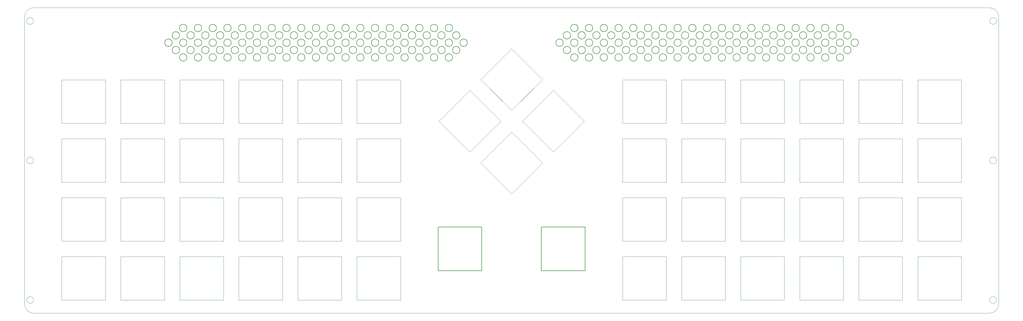
<source format=gm1>
G04 #@! TF.GenerationSoftware,KiCad,Pcbnew,(6.0.2)*
G04 #@! TF.CreationDate,2022-02-25T11:46:36+09:00*
G04 #@! TF.ProjectId,RoSoR,526f536f-522e-46b6-9963-61645f706362,rev?*
G04 #@! TF.SameCoordinates,Original*
G04 #@! TF.FileFunction,Profile,NP*
%FSLAX46Y46*%
G04 Gerber Fmt 4.6, Leading zero omitted, Abs format (unit mm)*
G04 Created by KiCad (PCBNEW (6.0.2)) date 2022-02-25 11:46:36*
%MOMM*%
%LPD*%
G01*
G04 APERTURE LIST*
G04 #@! TA.AperFunction,Profile*
%ADD10C,0.100000*%
G04 #@! TD*
G04 #@! TA.AperFunction,Profile*
%ADD11C,0.200000*%
G04 #@! TD*
G04 #@! TA.AperFunction,Profile*
%ADD12C,0.010000*%
G04 #@! TD*
G04 #@! TA.AperFunction,Profile*
%ADD13C,0.120000*%
G04 #@! TD*
G04 #@! TA.AperFunction,Profile*
%ADD14C,0.150000*%
G04 #@! TD*
G04 APERTURE END LIST*
D10*
X328625000Y-20250000D02*
G75*
G03*
X325625000Y-17250000I-3000001J-1D01*
G01*
X17275000Y-17250000D02*
G75*
G03*
X14275000Y-20250000I1J-3000001D01*
G01*
X14275000Y-113050000D02*
G75*
G03*
X17275000Y-116050000I3000001J1D01*
G01*
D11*
X119062500Y-33337500D02*
G75*
G03*
X119062500Y-33337500I-1190625J0D01*
G01*
X142875000Y-33337500D02*
G75*
G03*
X142875000Y-33337500I-1190625J0D01*
G01*
X264318750Y-33337500D02*
G75*
G03*
X264318750Y-33337500I-1190625J0D01*
G01*
X276225000Y-26193750D02*
G75*
G03*
X276225000Y-26193750I-1190625J0D01*
G01*
X216693750Y-23812500D02*
G75*
G03*
X216693750Y-23812500I-1190625J0D01*
G01*
X145256250Y-30956250D02*
G75*
G03*
X145256250Y-30956250I-1190625J0D01*
G01*
X109537500Y-23812500D02*
G75*
G03*
X109537500Y-23812500I-1190625J0D01*
G01*
X211931250Y-23812500D02*
G75*
G03*
X211931250Y-23812500I-1190625J0D01*
G01*
X123825000Y-33337500D02*
G75*
G03*
X123825000Y-33337500I-1190625J0D01*
G01*
X154781250Y-26193750D02*
G75*
G03*
X154781250Y-26193750I-1190625J0D01*
G01*
X228600000Y-30956250D02*
G75*
G03*
X228600000Y-30956250I-1190625J0D01*
G01*
X280987500Y-26193750D02*
G75*
G03*
X280987500Y-26193750I-1190625J0D01*
G01*
X119062500Y-23812500D02*
G75*
G03*
X119062500Y-23812500I-1190625J0D01*
G01*
X230981250Y-33337500D02*
G75*
G03*
X230981250Y-33337500I-1190625J0D01*
G01*
X83343750Y-30956250D02*
G75*
G03*
X83343750Y-30956250I-1190625J0D01*
G01*
X250031250Y-33337500D02*
G75*
G03*
X250031250Y-33337500I-1190625J0D01*
G01*
X259556250Y-28575000D02*
G75*
G03*
X259556250Y-28575000I-1190625J0D01*
G01*
X197643750Y-33337500D02*
G75*
G03*
X197643750Y-33337500I-1190625J0D01*
G01*
X233362500Y-26193750D02*
G75*
G03*
X233362500Y-26193750I-1190625J0D01*
G01*
X121443750Y-26193750D02*
G75*
G03*
X121443750Y-26193750I-1190625J0D01*
G01*
D10*
X325625000Y-17250000D02*
X17275000Y-17250000D01*
D11*
X128587500Y-33337500D02*
G75*
G03*
X128587500Y-33337500I-1190625J0D01*
G01*
X195262500Y-26193750D02*
G75*
G03*
X195262500Y-26193750I-1190625J0D01*
G01*
X80962500Y-33337500D02*
G75*
G03*
X80962500Y-33337500I-1190625J0D01*
G01*
X142875000Y-28575000D02*
G75*
G03*
X142875000Y-28575000I-1190625J0D01*
G01*
X219075000Y-30956250D02*
G75*
G03*
X219075000Y-30956250I-1190625J0D01*
G01*
X238125000Y-30956250D02*
G75*
G03*
X238125000Y-30956250I-1190625J0D01*
G01*
X200025000Y-26193750D02*
G75*
G03*
X200025000Y-26193750I-1190625J0D01*
G01*
X235743750Y-28575000D02*
G75*
G03*
X235743750Y-28575000I-1190625J0D01*
G01*
X269081250Y-28575000D02*
G75*
G03*
X269081250Y-28575000I-1190625J0D01*
G01*
X76200000Y-33337500D02*
G75*
G03*
X76200000Y-33337500I-1190625J0D01*
G01*
X90487500Y-33337500D02*
G75*
G03*
X90487500Y-33337500I-1190625J0D01*
G01*
X61912500Y-28575000D02*
G75*
G03*
X61912500Y-28575000I-1190625J0D01*
G01*
X133350000Y-23812500D02*
G75*
G03*
X133350000Y-23812500I-1190625J0D01*
G01*
X102393750Y-26193750D02*
G75*
G03*
X102393750Y-26193750I-1190625J0D01*
G01*
X197643750Y-28575000D02*
G75*
G03*
X197643750Y-28575000I-1190625J0D01*
G01*
X271462500Y-26193750D02*
G75*
G03*
X271462500Y-26193750I-1190625J0D01*
G01*
X264318750Y-23812500D02*
G75*
G03*
X264318750Y-23812500I-1190625J0D01*
G01*
X114300000Y-33337500D02*
G75*
G03*
X114300000Y-33337500I-1190625J0D01*
G01*
X200025000Y-30956250D02*
G75*
G03*
X200025000Y-30956250I-1190625J0D01*
G01*
X242887500Y-30956250D02*
G75*
G03*
X242887500Y-30956250I-1190625J0D01*
G01*
X104775000Y-23812500D02*
G75*
G03*
X104775000Y-23812500I-1190625J0D01*
G01*
X130968750Y-26193750D02*
G75*
G03*
X130968750Y-26193750I-1190625J0D01*
G01*
X114300000Y-28575000D02*
G75*
G03*
X114300000Y-28575000I-1190625J0D01*
G01*
X80962500Y-23812500D02*
G75*
G03*
X80962500Y-23812500I-1190625J0D01*
G01*
X109537500Y-28575000D02*
G75*
G03*
X109537500Y-28575000I-1190625J0D01*
G01*
X107156250Y-26193750D02*
G75*
G03*
X107156250Y-26193750I-1190625J0D01*
G01*
X121443750Y-30956250D02*
G75*
G03*
X121443750Y-30956250I-1190625J0D01*
G01*
X202406250Y-33337500D02*
G75*
G03*
X202406250Y-33337500I-1190625J0D01*
G01*
X190500000Y-30956250D02*
G75*
G03*
X190500000Y-30956250I-1190625J0D01*
G01*
X250031250Y-28575000D02*
G75*
G03*
X250031250Y-28575000I-1190625J0D01*
G01*
X66675000Y-33337500D02*
G75*
G03*
X66675000Y-33337500I-1190625J0D01*
G01*
X138112500Y-33337500D02*
G75*
G03*
X138112500Y-33337500I-1190625J0D01*
G01*
X280987500Y-30956250D02*
G75*
G03*
X280987500Y-30956250I-1190625J0D01*
G01*
X214312500Y-26193750D02*
G75*
G03*
X214312500Y-26193750I-1190625J0D01*
G01*
X245268750Y-33337500D02*
G75*
G03*
X245268750Y-33337500I-1190625J0D01*
G01*
X71437500Y-23812500D02*
G75*
G03*
X71437500Y-23812500I-1190625J0D01*
G01*
X207168750Y-23812500D02*
G75*
G03*
X207168750Y-23812500I-1190625J0D01*
G01*
X276225000Y-30956250D02*
G75*
G03*
X276225000Y-30956250I-1190625J0D01*
G01*
X266700000Y-26193750D02*
G75*
G03*
X266700000Y-26193750I-1190625J0D01*
G01*
X266700000Y-30956250D02*
G75*
G03*
X266700000Y-30956250I-1190625J0D01*
G01*
X126206250Y-30956250D02*
G75*
G03*
X126206250Y-30956250I-1190625J0D01*
G01*
X240506250Y-28575000D02*
G75*
G03*
X240506250Y-28575000I-1190625J0D01*
G01*
X138112500Y-23812500D02*
G75*
G03*
X138112500Y-23812500I-1190625J0D01*
G01*
X216693750Y-33337500D02*
G75*
G03*
X216693750Y-33337500I-1190625J0D01*
G01*
X109537500Y-33337500D02*
G75*
G03*
X109537500Y-33337500I-1190625J0D01*
G01*
X92868750Y-26193750D02*
G75*
G03*
X92868750Y-26193750I-1190625J0D01*
G01*
X154781250Y-30956250D02*
G75*
G03*
X154781250Y-30956250I-1190625J0D01*
G01*
D10*
X328625000Y-113050000D02*
X328625000Y-20250000D01*
D11*
X111918750Y-26193750D02*
G75*
G03*
X111918750Y-26193750I-1190625J0D01*
G01*
X116681250Y-30956250D02*
G75*
G03*
X116681250Y-30956250I-1190625J0D01*
G01*
X140493750Y-26193750D02*
G75*
G03*
X140493750Y-26193750I-1190625J0D01*
G01*
X76200000Y-28575000D02*
G75*
G03*
X76200000Y-28575000I-1190625J0D01*
G01*
X261937500Y-26193750D02*
G75*
G03*
X261937500Y-26193750I-1190625J0D01*
G01*
X97631250Y-26193750D02*
G75*
G03*
X97631250Y-26193750I-1190625J0D01*
G01*
X88106250Y-30956250D02*
G75*
G03*
X88106250Y-30956250I-1190625J0D01*
G01*
X92868750Y-30956250D02*
G75*
G03*
X92868750Y-30956250I-1190625J0D01*
G01*
X278606250Y-28575000D02*
G75*
G03*
X278606250Y-28575000I-1190625J0D01*
G01*
X130968750Y-30956250D02*
G75*
G03*
X130968750Y-30956250I-1190625J0D01*
G01*
X235743750Y-33337500D02*
G75*
G03*
X235743750Y-33337500I-1190625J0D01*
G01*
X254793750Y-23812500D02*
G75*
G03*
X254793750Y-23812500I-1190625J0D01*
G01*
X245268750Y-23812500D02*
G75*
G03*
X245268750Y-23812500I-1190625J0D01*
G01*
X250031250Y-23812500D02*
G75*
G03*
X250031250Y-23812500I-1190625J0D01*
G01*
X88106250Y-26193750D02*
G75*
G03*
X88106250Y-26193750I-1190625J0D01*
G01*
X226218750Y-23812500D02*
G75*
G03*
X226218750Y-23812500I-1190625J0D01*
G01*
X152400000Y-23812500D02*
G75*
G03*
X152400000Y-23812500I-1190625J0D01*
G01*
X111918750Y-30956250D02*
G75*
G03*
X111918750Y-30956250I-1190625J0D01*
G01*
X209550000Y-30956250D02*
G75*
G03*
X209550000Y-30956250I-1190625J0D01*
G01*
X73818750Y-30956250D02*
G75*
G03*
X73818750Y-30956250I-1190625J0D01*
G01*
X192881250Y-33337500D02*
G75*
G03*
X192881250Y-33337500I-1190625J0D01*
G01*
X64293750Y-30956250D02*
G75*
G03*
X64293750Y-30956250I-1190625J0D01*
G01*
X100012500Y-33337500D02*
G75*
G03*
X100012500Y-33337500I-1190625J0D01*
G01*
X204787500Y-26193750D02*
G75*
G03*
X204787500Y-26193750I-1190625J0D01*
G01*
X104775000Y-28575000D02*
G75*
G03*
X104775000Y-28575000I-1190625J0D01*
G01*
X221456250Y-28575000D02*
G75*
G03*
X221456250Y-28575000I-1190625J0D01*
G01*
X278606250Y-23812500D02*
G75*
G03*
X278606250Y-23812500I-1190625J0D01*
G01*
X195262500Y-30956250D02*
G75*
G03*
X195262500Y-30956250I-1190625J0D01*
G01*
X273843750Y-33337500D02*
G75*
G03*
X273843750Y-33337500I-1190625J0D01*
G01*
X150018750Y-30956250D02*
G75*
G03*
X150018750Y-30956250I-1190625J0D01*
G01*
X95250000Y-28575000D02*
G75*
G03*
X95250000Y-28575000I-1190625J0D01*
G01*
X254793750Y-33337500D02*
G75*
G03*
X254793750Y-33337500I-1190625J0D01*
G01*
X190500000Y-26193750D02*
G75*
G03*
X190500000Y-26193750I-1190625J0D01*
G01*
X219075000Y-26193750D02*
G75*
G03*
X219075000Y-26193750I-1190625J0D01*
G01*
X259556250Y-23812500D02*
G75*
G03*
X259556250Y-23812500I-1190625J0D01*
G01*
X235743750Y-23812500D02*
G75*
G03*
X235743750Y-23812500I-1190625J0D01*
G01*
X83343750Y-26193750D02*
G75*
G03*
X83343750Y-26193750I-1190625J0D01*
G01*
X133350000Y-28575000D02*
G75*
G03*
X133350000Y-28575000I-1190625J0D01*
G01*
X242887500Y-26193750D02*
G75*
G03*
X242887500Y-26193750I-1190625J0D01*
G01*
X142875000Y-23812500D02*
G75*
G03*
X142875000Y-23812500I-1190625J0D01*
G01*
X209550000Y-26193750D02*
G75*
G03*
X209550000Y-26193750I-1190625J0D01*
G01*
X207168750Y-28575000D02*
G75*
G03*
X207168750Y-28575000I-1190625J0D01*
G01*
X97631250Y-30956250D02*
G75*
G03*
X97631250Y-30956250I-1190625J0D01*
G01*
X226218750Y-28575000D02*
G75*
G03*
X226218750Y-28575000I-1190625J0D01*
G01*
X216693750Y-28575000D02*
G75*
G03*
X216693750Y-28575000I-1190625J0D01*
G01*
X204787500Y-30956250D02*
G75*
G03*
X204787500Y-30956250I-1190625J0D01*
G01*
X100012500Y-23812500D02*
G75*
G03*
X100012500Y-23812500I-1190625J0D01*
G01*
X264318750Y-28575000D02*
G75*
G03*
X264318750Y-28575000I-1190625J0D01*
G01*
X273843750Y-23812500D02*
G75*
G03*
X273843750Y-23812500I-1190625J0D01*
G01*
X78581250Y-26193750D02*
G75*
G03*
X78581250Y-26193750I-1190625J0D01*
G01*
X228600000Y-26193750D02*
G75*
G03*
X228600000Y-26193750I-1190625J0D01*
G01*
X104775000Y-33337500D02*
G75*
G03*
X104775000Y-33337500I-1190625J0D01*
G01*
X254793750Y-28575000D02*
G75*
G03*
X254793750Y-28575000I-1190625J0D01*
G01*
X152400000Y-33337500D02*
G75*
G03*
X152400000Y-33337500I-1190625J0D01*
G01*
X69056250Y-30956250D02*
G75*
G03*
X69056250Y-30956250I-1190625J0D01*
G01*
X123825000Y-23812500D02*
G75*
G03*
X123825000Y-23812500I-1190625J0D01*
G01*
X85725000Y-28575000D02*
G75*
G03*
X85725000Y-28575000I-1190625J0D01*
G01*
X271462500Y-30956250D02*
G75*
G03*
X271462500Y-30956250I-1190625J0D01*
G01*
X95250000Y-33337500D02*
G75*
G03*
X95250000Y-33337500I-1190625J0D01*
G01*
X207168750Y-33337500D02*
G75*
G03*
X207168750Y-33337500I-1190625J0D01*
G01*
X188118750Y-28575000D02*
G75*
G03*
X188118750Y-28575000I-1190625J0D01*
G01*
X71437500Y-33337500D02*
G75*
G03*
X71437500Y-33337500I-1190625J0D01*
G01*
X283368750Y-28575000D02*
G75*
G03*
X283368750Y-28575000I-1190625J0D01*
G01*
X245268750Y-28575000D02*
G75*
G03*
X245268750Y-28575000I-1190625J0D01*
G01*
X247650000Y-30956250D02*
G75*
G03*
X247650000Y-30956250I-1190625J0D01*
G01*
X269081250Y-23812500D02*
G75*
G03*
X269081250Y-23812500I-1190625J0D01*
G01*
X95250000Y-23812500D02*
G75*
G03*
X95250000Y-23812500I-1190625J0D01*
G01*
X119062500Y-28575000D02*
G75*
G03*
X119062500Y-28575000I-1190625J0D01*
G01*
X150018750Y-26193750D02*
G75*
G03*
X150018750Y-26193750I-1190625J0D01*
G01*
X64293750Y-26193750D02*
G75*
G03*
X64293750Y-26193750I-1190625J0D01*
G01*
X147637500Y-33337500D02*
G75*
G03*
X147637500Y-33337500I-1190625J0D01*
G01*
X211931250Y-28575000D02*
G75*
G03*
X211931250Y-28575000I-1190625J0D01*
G01*
X240506250Y-23812500D02*
G75*
G03*
X240506250Y-23812500I-1190625J0D01*
G01*
X102393750Y-30956250D02*
G75*
G03*
X102393750Y-30956250I-1190625J0D01*
G01*
X221456250Y-23812500D02*
G75*
G03*
X221456250Y-23812500I-1190625J0D01*
G01*
X135731250Y-30956250D02*
G75*
G03*
X135731250Y-30956250I-1190625J0D01*
G01*
X135731250Y-26193750D02*
G75*
G03*
X135731250Y-26193750I-1190625J0D01*
G01*
X123825000Y-28575000D02*
G75*
G03*
X123825000Y-28575000I-1190625J0D01*
G01*
X147637500Y-28575000D02*
G75*
G03*
X147637500Y-28575000I-1190625J0D01*
G01*
X214312500Y-30956250D02*
G75*
G03*
X214312500Y-30956250I-1190625J0D01*
G01*
X128587500Y-23812500D02*
G75*
G03*
X128587500Y-23812500I-1190625J0D01*
G01*
X230981250Y-28575000D02*
G75*
G03*
X230981250Y-28575000I-1190625J0D01*
G01*
X85725000Y-33337500D02*
G75*
G03*
X85725000Y-33337500I-1190625J0D01*
G01*
X257175000Y-30956250D02*
G75*
G03*
X257175000Y-30956250I-1190625J0D01*
G01*
X192881250Y-28575000D02*
G75*
G03*
X192881250Y-28575000I-1190625J0D01*
G01*
X107156250Y-30956250D02*
G75*
G03*
X107156250Y-30956250I-1190625J0D01*
G01*
X278606250Y-33337500D02*
G75*
G03*
X278606250Y-33337500I-1190625J0D01*
G01*
X223837500Y-30956250D02*
G75*
G03*
X223837500Y-30956250I-1190625J0D01*
G01*
X90487500Y-28575000D02*
G75*
G03*
X90487500Y-28575000I-1190625J0D01*
G01*
X133350000Y-33337500D02*
G75*
G03*
X133350000Y-33337500I-1190625J0D01*
G01*
X261937500Y-30956250D02*
G75*
G03*
X261937500Y-30956250I-1190625J0D01*
G01*
X85725000Y-23812500D02*
G75*
G03*
X85725000Y-23812500I-1190625J0D01*
G01*
X226218750Y-33337500D02*
G75*
G03*
X226218750Y-33337500I-1190625J0D01*
G01*
X73818750Y-26193750D02*
G75*
G03*
X73818750Y-26193750I-1190625J0D01*
G01*
X197643750Y-23812500D02*
G75*
G03*
X197643750Y-23812500I-1190625J0D01*
G01*
X116681250Y-26193750D02*
G75*
G03*
X116681250Y-26193750I-1190625J0D01*
G01*
X69056250Y-26193750D02*
G75*
G03*
X69056250Y-26193750I-1190625J0D01*
G01*
D10*
X325625000Y-116050000D02*
G75*
G03*
X328625000Y-113050000I-1J3000001D01*
G01*
D11*
X100012500Y-28575000D02*
G75*
G03*
X100012500Y-28575000I-1190625J0D01*
G01*
X145256250Y-26193750D02*
G75*
G03*
X145256250Y-26193750I-1190625J0D01*
G01*
X152400000Y-28575000D02*
G75*
G03*
X152400000Y-28575000I-1190625J0D01*
G01*
X66675000Y-23812500D02*
G75*
G03*
X66675000Y-23812500I-1190625J0D01*
G01*
X269081250Y-33337500D02*
G75*
G03*
X269081250Y-33337500I-1190625J0D01*
G01*
X147637500Y-23812500D02*
G75*
G03*
X147637500Y-23812500I-1190625J0D01*
G01*
X273843750Y-28575000D02*
G75*
G03*
X273843750Y-28575000I-1190625J0D01*
G01*
X259556250Y-33337500D02*
G75*
G03*
X259556250Y-33337500I-1190625J0D01*
G01*
X221456250Y-33337500D02*
G75*
G03*
X221456250Y-33337500I-1190625J0D01*
G01*
X138112500Y-28575000D02*
G75*
G03*
X138112500Y-28575000I-1190625J0D01*
G01*
X192881250Y-23812500D02*
G75*
G03*
X192881250Y-23812500I-1190625J0D01*
G01*
X257175000Y-26193750D02*
G75*
G03*
X257175000Y-26193750I-1190625J0D01*
G01*
X114300000Y-23812500D02*
G75*
G03*
X114300000Y-23812500I-1190625J0D01*
G01*
X233362500Y-30956250D02*
G75*
G03*
X233362500Y-30956250I-1190625J0D01*
G01*
X78581250Y-30956250D02*
G75*
G03*
X78581250Y-30956250I-1190625J0D01*
G01*
X252412500Y-26193750D02*
G75*
G03*
X252412500Y-26193750I-1190625J0D01*
G01*
X76200000Y-23812500D02*
G75*
G03*
X76200000Y-23812500I-1190625J0D01*
G01*
X71437500Y-28575000D02*
G75*
G03*
X71437500Y-28575000I-1190625J0D01*
G01*
X90487500Y-23812500D02*
G75*
G03*
X90487500Y-23812500I-1190625J0D01*
G01*
X211931250Y-33337500D02*
G75*
G03*
X211931250Y-33337500I-1190625J0D01*
G01*
X230981250Y-23812500D02*
G75*
G03*
X230981250Y-23812500I-1190625J0D01*
G01*
X157162500Y-28575000D02*
G75*
G03*
X157162500Y-28575000I-1190625J0D01*
G01*
D10*
X14275000Y-20250000D02*
X14275000Y-113050000D01*
D11*
X202406250Y-23812500D02*
G75*
G03*
X202406250Y-23812500I-1190625J0D01*
G01*
X247650000Y-26193750D02*
G75*
G03*
X247650000Y-26193750I-1190625J0D01*
G01*
X238125000Y-26193750D02*
G75*
G03*
X238125000Y-26193750I-1190625J0D01*
G01*
X140493750Y-30956250D02*
G75*
G03*
X140493750Y-30956250I-1190625J0D01*
G01*
D10*
X17275000Y-116050000D02*
X325625000Y-116050000D01*
D11*
X252412500Y-30956250D02*
G75*
G03*
X252412500Y-30956250I-1190625J0D01*
G01*
X223837500Y-26193750D02*
G75*
G03*
X223837500Y-26193750I-1190625J0D01*
G01*
X126206250Y-26193750D02*
G75*
G03*
X126206250Y-26193750I-1190625J0D01*
G01*
X80962500Y-28575000D02*
G75*
G03*
X80962500Y-28575000I-1190625J0D01*
G01*
X66675000Y-28575000D02*
G75*
G03*
X66675000Y-28575000I-1190625J0D01*
G01*
X240506250Y-33337500D02*
G75*
G03*
X240506250Y-33337500I-1190625J0D01*
G01*
X202406250Y-28575000D02*
G75*
G03*
X202406250Y-28575000I-1190625J0D01*
G01*
X128587500Y-28575000D02*
G75*
G03*
X128587500Y-28575000I-1190625J0D01*
G01*
D12*
X17175000Y-21550000D02*
G75*
G03*
X17175000Y-21550000I-1100000J0D01*
G01*
X17175000Y-66650000D02*
G75*
G03*
X17175000Y-66650000I-1100000J0D01*
G01*
X17175000Y-111750000D02*
G75*
G03*
X17175000Y-111750000I-1100000J0D01*
G01*
X327925000Y-21550000D02*
G75*
G03*
X327925000Y-21550000I-1100000J0D01*
G01*
X327925000Y-66650000D02*
G75*
G03*
X327925000Y-66650000I-1100000J0D01*
G01*
X327925000Y-111750000D02*
G75*
G03*
X327925000Y-111750000I-1100000J0D01*
G01*
D13*
X245362500Y-54675000D02*
X245362500Y-40575000D01*
X259462500Y-40575000D02*
X259462500Y-54675000D01*
X259462500Y-54675000D02*
X245362500Y-54675000D01*
X245362500Y-40575000D02*
X259462500Y-40575000D01*
X184920385Y-63921841D02*
X174950179Y-53951635D01*
X184920385Y-43981429D02*
X194890591Y-53951635D01*
X174950179Y-53951635D02*
X184920385Y-43981429D01*
X194890591Y-53951635D02*
X184920385Y-63921841D01*
X45337500Y-40575000D02*
X59437500Y-40575000D01*
X45337500Y-54675000D02*
X45337500Y-40575000D01*
X59437500Y-40575000D02*
X59437500Y-54675000D01*
X59437500Y-54675000D02*
X45337500Y-54675000D01*
X283462500Y-54675000D02*
X283462500Y-40575000D01*
X283462500Y-40575000D02*
X297562500Y-40575000D01*
X297562500Y-40575000D02*
X297562500Y-54675000D01*
X297562500Y-54675000D02*
X283462500Y-54675000D01*
X207262500Y-92775000D02*
X207262500Y-78675000D01*
X207262500Y-78675000D02*
X221362500Y-78675000D01*
X221362500Y-92775000D02*
X207262500Y-92775000D01*
X221362500Y-78675000D02*
X221362500Y-92775000D01*
X102487500Y-92775000D02*
X102487500Y-78675000D01*
X116587500Y-78675000D02*
X116587500Y-92775000D01*
X116587500Y-92775000D02*
X102487500Y-92775000D01*
X102487500Y-78675000D02*
X116587500Y-78675000D01*
X40387500Y-78675000D02*
X40387500Y-92775000D01*
X40387500Y-92775000D02*
X26287500Y-92775000D01*
X26287500Y-78675000D02*
X40387500Y-78675000D01*
X26287500Y-92775000D02*
X26287500Y-78675000D01*
X278512500Y-92775000D02*
X264412500Y-92775000D01*
X278512500Y-78675000D02*
X278512500Y-92775000D01*
X264412500Y-92775000D02*
X264412500Y-78675000D01*
X264412500Y-78675000D02*
X278512500Y-78675000D01*
X259462500Y-78675000D02*
X259462500Y-92775000D01*
X245362500Y-92775000D02*
X245362500Y-78675000D01*
X245362500Y-78675000D02*
X259462500Y-78675000D01*
X259462500Y-92775000D02*
X245362500Y-92775000D01*
X78487500Y-73725000D02*
X64387500Y-73725000D01*
X64387500Y-59625000D02*
X78487500Y-59625000D01*
X64387500Y-73725000D02*
X64387500Y-59625000D01*
X78487500Y-59625000D02*
X78487500Y-73725000D01*
X259462500Y-111825000D02*
X245362500Y-111825000D01*
X259462500Y-97725000D02*
X259462500Y-111825000D01*
X245362500Y-111825000D02*
X245362500Y-97725000D01*
X245362500Y-97725000D02*
X259462500Y-97725000D01*
X121537500Y-73725000D02*
X121537500Y-59625000D01*
X135637500Y-73725000D02*
X121537500Y-73725000D01*
X121537500Y-59625000D02*
X135637500Y-59625000D01*
X135637500Y-59625000D02*
X135637500Y-73725000D01*
X97537500Y-111825000D02*
X83437500Y-111825000D01*
X83437500Y-111825000D02*
X83437500Y-97725000D01*
X97537500Y-97725000D02*
X97537500Y-111825000D01*
X83437500Y-97725000D02*
X97537500Y-97725000D01*
X297562500Y-78675000D02*
X297562500Y-92775000D01*
X283462500Y-78675000D02*
X297562500Y-78675000D01*
X283462500Y-92775000D02*
X283462500Y-78675000D01*
X297562500Y-92775000D02*
X283462500Y-92775000D01*
X64387500Y-54675000D02*
X64387500Y-40575000D01*
X78487500Y-40575000D02*
X78487500Y-54675000D01*
X78487500Y-54675000D02*
X64387500Y-54675000D01*
X64387500Y-40575000D02*
X78487500Y-40575000D01*
X240412500Y-54675000D02*
X226312500Y-54675000D01*
X226312500Y-54675000D02*
X226312500Y-40575000D01*
X226312500Y-40575000D02*
X240412500Y-40575000D01*
X240412500Y-40575000D02*
X240412500Y-54675000D01*
X316612500Y-92775000D02*
X302512500Y-92775000D01*
X316612500Y-78675000D02*
X316612500Y-92775000D01*
X302512500Y-78675000D02*
X316612500Y-78675000D01*
X302512500Y-92775000D02*
X302512500Y-78675000D01*
X316612500Y-111825000D02*
X302512500Y-111825000D01*
X316612500Y-97725000D02*
X316612500Y-111825000D01*
X302512500Y-111825000D02*
X302512500Y-97725000D01*
X302512500Y-97725000D02*
X316612500Y-97725000D01*
X240412500Y-73725000D02*
X226312500Y-73725000D01*
X240412500Y-59625000D02*
X240412500Y-73725000D01*
X226312500Y-73725000D02*
X226312500Y-59625000D01*
X226312500Y-59625000D02*
X240412500Y-59625000D01*
X240412500Y-97725000D02*
X240412500Y-111825000D01*
X240412500Y-111825000D02*
X226312500Y-111825000D01*
X226312500Y-111825000D02*
X226312500Y-97725000D01*
X226312500Y-97725000D02*
X240412500Y-97725000D01*
X40387500Y-40575000D02*
X40387500Y-54675000D01*
X26287500Y-40575000D02*
X40387500Y-40575000D01*
X40387500Y-54675000D02*
X26287500Y-54675000D01*
X26287500Y-54675000D02*
X26287500Y-40575000D01*
D14*
X147731250Y-102300000D02*
X147731250Y-88200000D01*
X161831250Y-102300000D02*
X147731250Y-102300000D01*
X161831250Y-88200000D02*
X161831250Y-102300000D01*
X147731250Y-88200000D02*
X161831250Y-88200000D01*
X195168750Y-88200000D02*
X195168750Y-102300000D01*
X195168750Y-102300000D02*
X181068750Y-102300000D01*
X181068750Y-88200000D02*
X195168750Y-88200000D01*
X181068750Y-102300000D02*
X181068750Y-88200000D01*
D13*
X45337500Y-78675000D02*
X59437500Y-78675000D01*
X59437500Y-92775000D02*
X45337500Y-92775000D01*
X59437500Y-78675000D02*
X59437500Y-92775000D01*
X45337500Y-92775000D02*
X45337500Y-78675000D01*
X278512500Y-40575000D02*
X278512500Y-54675000D01*
X264412500Y-54675000D02*
X264412500Y-40575000D01*
X278512500Y-54675000D02*
X264412500Y-54675000D01*
X264412500Y-40575000D02*
X278512500Y-40575000D01*
X302512500Y-59625000D02*
X316612500Y-59625000D01*
X302512500Y-73725000D02*
X302512500Y-59625000D01*
X316612500Y-59625000D02*
X316612500Y-73725000D01*
X316612500Y-73725000D02*
X302512500Y-73725000D01*
X181420206Y-40481250D02*
X171450000Y-50451456D01*
X161479794Y-40481250D02*
X171450000Y-30511044D01*
X171450000Y-50451456D02*
X161479794Y-40481250D01*
X171450000Y-30511044D02*
X181420206Y-40481250D01*
X135637500Y-54675000D02*
X121537500Y-54675000D01*
X121537500Y-54675000D02*
X121537500Y-40575000D01*
X135637500Y-40575000D02*
X135637500Y-54675000D01*
X121537500Y-40575000D02*
X135637500Y-40575000D01*
X102487500Y-111825000D02*
X102487500Y-97725000D01*
X102487500Y-97725000D02*
X116587500Y-97725000D01*
X116587500Y-97725000D02*
X116587500Y-111825000D01*
X116587500Y-111825000D02*
X102487500Y-111825000D01*
X59437500Y-73725000D02*
X45337500Y-73725000D01*
X45337500Y-59625000D02*
X59437500Y-59625000D01*
X59437500Y-59625000D02*
X59437500Y-73725000D01*
X45337500Y-73725000D02*
X45337500Y-59625000D01*
X102487500Y-59625000D02*
X116587500Y-59625000D01*
X116587500Y-73725000D02*
X102487500Y-73725000D01*
X102487500Y-73725000D02*
X102487500Y-59625000D01*
X116587500Y-59625000D02*
X116587500Y-73725000D01*
X148009410Y-53951635D02*
X157979616Y-43981429D01*
X157979616Y-63921841D02*
X148009410Y-53951635D01*
X167949822Y-53951635D02*
X157979616Y-63921841D01*
X157979616Y-43981429D02*
X167949822Y-53951635D01*
X221362500Y-54675000D02*
X207262500Y-54675000D01*
X207262500Y-54675000D02*
X207262500Y-40575000D01*
X221362500Y-40575000D02*
X221362500Y-54675000D01*
X207262500Y-40575000D02*
X221362500Y-40575000D01*
X78487500Y-92775000D02*
X64387500Y-92775000D01*
X78487500Y-78675000D02*
X78487500Y-92775000D01*
X64387500Y-78675000D02*
X78487500Y-78675000D01*
X64387500Y-92775000D02*
X64387500Y-78675000D01*
X245362500Y-59625000D02*
X259462500Y-59625000D01*
X259462500Y-73725000D02*
X245362500Y-73725000D01*
X259462500Y-59625000D02*
X259462500Y-73725000D01*
X245362500Y-73725000D02*
X245362500Y-59625000D01*
X264412500Y-111825000D02*
X264412500Y-97725000D01*
X278512500Y-111825000D02*
X264412500Y-111825000D01*
X278512500Y-97725000D02*
X278512500Y-111825000D01*
X264412500Y-97725000D02*
X278512500Y-97725000D01*
X297562500Y-73725000D02*
X283462500Y-73725000D01*
X283462500Y-59625000D02*
X297562500Y-59625000D01*
X283462500Y-73725000D02*
X283462500Y-59625000D01*
X297562500Y-59625000D02*
X297562500Y-73725000D01*
X297562500Y-111825000D02*
X283462500Y-111825000D01*
X283462500Y-111825000D02*
X283462500Y-97725000D01*
X297562500Y-97725000D02*
X297562500Y-111825000D01*
X283462500Y-97725000D02*
X297562500Y-97725000D01*
X64387500Y-97725000D02*
X78487500Y-97725000D01*
X64387500Y-111825000D02*
X64387500Y-97725000D01*
X78487500Y-111825000D02*
X64387500Y-111825000D01*
X78487500Y-97725000D02*
X78487500Y-111825000D01*
X221362500Y-97725000D02*
X221362500Y-111825000D01*
X221362500Y-111825000D02*
X207262500Y-111825000D01*
X207262500Y-111825000D02*
X207262500Y-97725000D01*
X207262500Y-97725000D02*
X221362500Y-97725000D01*
X316612500Y-54675000D02*
X302512500Y-54675000D01*
X302512500Y-54675000D02*
X302512500Y-40575000D01*
X316612500Y-40575000D02*
X316612500Y-54675000D01*
X302512500Y-40575000D02*
X316612500Y-40575000D01*
X83437500Y-59625000D02*
X97537500Y-59625000D01*
X97537500Y-59625000D02*
X97537500Y-73725000D01*
X83437500Y-73725000D02*
X83437500Y-59625000D01*
X97537500Y-73725000D02*
X83437500Y-73725000D01*
X221362500Y-59625000D02*
X221362500Y-73725000D01*
X207262500Y-59625000D02*
X221362500Y-59625000D01*
X221362500Y-73725000D02*
X207262500Y-73725000D01*
X207262500Y-73725000D02*
X207262500Y-59625000D01*
X102487500Y-40575000D02*
X116587500Y-40575000D01*
X116587500Y-40575000D02*
X116587500Y-54675000D01*
X116587500Y-54675000D02*
X102487500Y-54675000D01*
X102487500Y-54675000D02*
X102487500Y-40575000D01*
X83437500Y-92775000D02*
X83437500Y-78675000D01*
X97537500Y-92775000D02*
X83437500Y-92775000D01*
X83437500Y-78675000D02*
X97537500Y-78675000D01*
X97537500Y-78675000D02*
X97537500Y-92775000D01*
X121537500Y-92775000D02*
X121537500Y-78675000D01*
X135637500Y-92775000D02*
X121537500Y-92775000D01*
X121537500Y-78675000D02*
X135637500Y-78675000D01*
X135637500Y-78675000D02*
X135637500Y-92775000D01*
X40387500Y-59625000D02*
X40387500Y-73725000D01*
X26287500Y-73725000D02*
X26287500Y-59625000D01*
X40387500Y-73725000D02*
X26287500Y-73725000D01*
X26287500Y-59625000D02*
X40387500Y-59625000D01*
X121537500Y-111825000D02*
X121537500Y-97725000D01*
X121537500Y-97725000D02*
X135637500Y-97725000D01*
X135637500Y-111825000D02*
X121537500Y-111825000D01*
X135637500Y-97725000D02*
X135637500Y-111825000D01*
X40387500Y-97725000D02*
X40387500Y-111825000D01*
X26287500Y-111825000D02*
X26287500Y-97725000D01*
X40387500Y-111825000D02*
X26287500Y-111825000D01*
X26287500Y-97725000D02*
X40387500Y-97725000D01*
X97537500Y-40575000D02*
X97537500Y-54675000D01*
X97537500Y-54675000D02*
X83437500Y-54675000D01*
X83437500Y-54675000D02*
X83437500Y-40575000D01*
X83437500Y-40575000D02*
X97537500Y-40575000D01*
X59437500Y-97725000D02*
X59437500Y-111825000D01*
X45337500Y-111825000D02*
X45337500Y-97725000D01*
X45337500Y-97725000D02*
X59437500Y-97725000D01*
X59437500Y-111825000D02*
X45337500Y-111825000D01*
X171450000Y-57451813D02*
X181420206Y-67422019D01*
X171450000Y-77392225D02*
X161479794Y-67422019D01*
X161479794Y-67422019D02*
X171450000Y-57451813D01*
X181420206Y-67422019D02*
X171450000Y-77392225D01*
X226312500Y-78675000D02*
X240412500Y-78675000D01*
X226312500Y-92775000D02*
X226312500Y-78675000D01*
X240412500Y-92775000D02*
X226312500Y-92775000D01*
X240412500Y-78675000D02*
X240412500Y-92775000D01*
X264412500Y-59625000D02*
X278512500Y-59625000D01*
X264412500Y-73725000D02*
X264412500Y-59625000D01*
X278512500Y-59625000D02*
X278512500Y-73725000D01*
X278512500Y-73725000D02*
X264412500Y-73725000D01*
M02*

</source>
